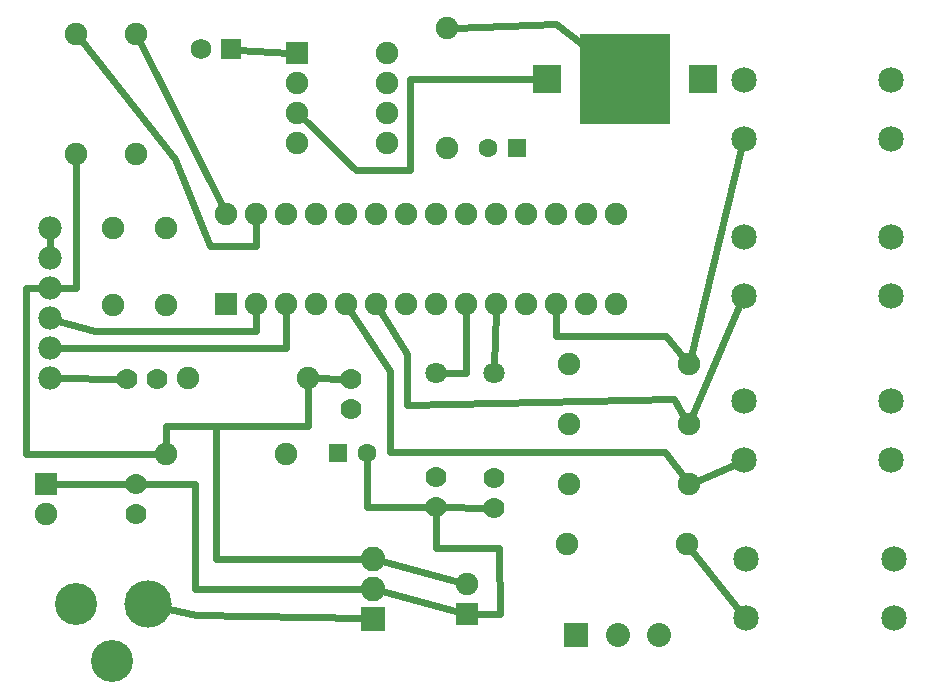
<source format=gtl>
G04 MADE WITH FRITZING*
G04 WWW.FRITZING.ORG*
G04 DOUBLE SIDED*
G04 HOLES PLATED*
G04 CONTOUR ON CENTER OF CONTOUR VECTOR*
%ASAXBY*%
%FSLAX23Y23*%
%MOIN*%
%OFA0B0*%
%SFA1.0B1.0*%
%ADD10C,0.093000*%
%ADD11C,0.078000*%
%ADD12C,0.075000*%
%ADD13C,0.070000*%
%ADD14C,0.080000*%
%ADD15C,0.082000*%
%ADD16C,0.158100*%
%ADD17C,0.140000*%
%ADD18C,0.062992*%
%ADD19C,0.070925*%
%ADD20C,0.070866*%
%ADD21C,0.069000*%
%ADD22C,0.085000*%
%ADD23R,0.300000X0.299999*%
%ADD24R,0.080000X0.080000*%
%ADD25R,0.075000X0.075000*%
%ADD26R,0.082000X0.082000*%
%ADD27R,0.062992X0.062992*%
%ADD28R,0.069000X0.069000*%
%ADD29C,0.024000*%
%ADD30R,0.001000X0.001000*%
%LNCOPPER1*%
G90*
G70*
G54D10*
X1871Y2200D03*
X2391Y2200D03*
X1871Y2200D03*
X2391Y2200D03*
G54D11*
X212Y1202D03*
X212Y1302D03*
X212Y1402D03*
X212Y1502D03*
X212Y1602D03*
X212Y1702D03*
G54D12*
X599Y1702D03*
X599Y1446D03*
X422Y1702D03*
X422Y1446D03*
G54D13*
X569Y1198D03*
X469Y1198D03*
G54D14*
X1967Y346D03*
X2105Y346D03*
X2243Y346D03*
G54D12*
X801Y1448D03*
X801Y1748D03*
X901Y1448D03*
X901Y1748D03*
X1001Y1448D03*
X1001Y1748D03*
X1101Y1448D03*
X1101Y1748D03*
X1201Y1448D03*
X1201Y1748D03*
X1301Y1448D03*
X1301Y1748D03*
X1401Y1448D03*
X1401Y1748D03*
X1501Y1448D03*
X1501Y1748D03*
X1601Y1448D03*
X1601Y1748D03*
X1701Y1448D03*
X1701Y1748D03*
X1801Y1448D03*
X1801Y1748D03*
X1901Y1448D03*
X1901Y1748D03*
X2001Y1448D03*
X2001Y1748D03*
X2101Y1448D03*
X2101Y1748D03*
G54D15*
X1289Y400D03*
X1289Y500D03*
X1289Y600D03*
G54D16*
X541Y448D03*
G54D17*
X301Y448D03*
X421Y258D03*
G54D13*
X501Y748D03*
X501Y848D03*
G54D12*
X1602Y417D03*
X1602Y517D03*
X201Y848D03*
X201Y748D03*
G54D18*
X1172Y951D03*
X1271Y951D03*
G54D12*
X1001Y948D03*
X601Y948D03*
X674Y1201D03*
X1074Y1201D03*
G54D19*
X1692Y1218D03*
G54D20*
X1499Y1218D03*
G54D13*
X1215Y1200D03*
X1215Y1099D03*
X1501Y773D03*
X1501Y873D03*
X1693Y868D03*
X1693Y768D03*
G54D18*
X1771Y1970D03*
X1673Y1970D03*
G54D12*
X1535Y1969D03*
X1535Y2369D03*
X1037Y2286D03*
X1337Y2286D03*
X1037Y2186D03*
X1337Y2186D03*
X1037Y2086D03*
X1337Y2086D03*
X1037Y1986D03*
X1337Y1986D03*
X501Y1948D03*
X501Y2348D03*
X301Y1948D03*
X301Y2348D03*
G54D21*
X815Y2298D03*
X715Y2298D03*
G54D22*
X3017Y2196D03*
X3017Y1999D03*
X2525Y1999D03*
X2525Y2196D03*
X3017Y2196D03*
X3017Y1999D03*
X2525Y1999D03*
X2525Y2196D03*
X3017Y2196D03*
X3017Y1999D03*
X2525Y1999D03*
X2525Y2196D03*
X3017Y1672D03*
X3017Y1475D03*
X2525Y1475D03*
X2525Y1672D03*
X3017Y1672D03*
X3017Y1475D03*
X2525Y1475D03*
X2525Y1672D03*
X3017Y1672D03*
X3017Y1475D03*
X2525Y1475D03*
X2525Y1672D03*
G54D12*
X2342Y1248D03*
X1942Y1248D03*
X2342Y848D03*
X1942Y848D03*
X2342Y1048D03*
X1942Y1048D03*
X2337Y648D03*
X1937Y648D03*
G54D22*
X3025Y598D03*
X3025Y401D03*
X2533Y401D03*
X2533Y598D03*
X3025Y598D03*
X3025Y401D03*
X2533Y401D03*
X2533Y598D03*
X3025Y598D03*
X3025Y401D03*
X2533Y401D03*
X2533Y598D03*
X3017Y1125D03*
X3017Y928D03*
X2525Y928D03*
X2525Y1125D03*
X3017Y1125D03*
X3017Y928D03*
X2525Y928D03*
X2525Y1125D03*
X3017Y1125D03*
X3017Y928D03*
X2525Y928D03*
X2525Y1125D03*
G54D23*
X2131Y2200D03*
G54D24*
X1967Y346D03*
G54D25*
X801Y1448D03*
G54D26*
X1289Y400D03*
G54D25*
X1602Y417D03*
X201Y848D03*
G54D27*
X1172Y951D03*
X1771Y1970D03*
G54D25*
X1037Y2286D03*
G54D28*
X815Y2298D03*
G54D29*
X1009Y2287D02*
X840Y2297D01*
D02*
X443Y1199D02*
X243Y1201D01*
D02*
X1899Y2381D02*
X1563Y2370D01*
D02*
X2028Y2281D02*
X1899Y2381D01*
D02*
X1700Y1420D02*
X1693Y1245D01*
D02*
X362Y1360D02*
X900Y1360D01*
D02*
X241Y1393D02*
X362Y1360D01*
D02*
X900Y1360D02*
X901Y1420D01*
D02*
X699Y411D02*
X609Y432D01*
D02*
X1257Y401D02*
X699Y411D01*
D02*
X1601Y1218D02*
X1526Y1218D01*
D02*
X1601Y1420D02*
X1601Y1218D01*
D02*
X1058Y2066D02*
X1234Y1897D01*
D02*
X1413Y2200D02*
X1823Y2200D01*
D02*
X1413Y1897D02*
X1413Y2200D01*
D02*
X1234Y1897D02*
X1413Y1897D01*
D02*
X1001Y1302D02*
X1001Y1420D01*
D02*
X243Y1302D02*
X1001Y1302D01*
D02*
X2266Y1344D02*
X2324Y1271D01*
D02*
X1901Y1344D02*
X2266Y1344D01*
D02*
X1901Y1420D02*
X1901Y1344D01*
D02*
X2517Y1965D02*
X2349Y1276D01*
D02*
X2511Y1443D02*
X2353Y1075D01*
D02*
X1316Y1424D02*
X1403Y1281D01*
D02*
X1403Y1113D02*
X2293Y1132D01*
D02*
X1403Y1281D02*
X1403Y1113D01*
D02*
X2293Y1132D02*
X2327Y1073D01*
D02*
X2511Y428D02*
X2354Y626D01*
D02*
X319Y2326D02*
X631Y1932D01*
D02*
X514Y2323D02*
X788Y1774D01*
D02*
X901Y1644D02*
X901Y1720D01*
D02*
X746Y1644D02*
X901Y1644D01*
D02*
X631Y1932D02*
X746Y1644D01*
D02*
X2493Y914D02*
X2368Y860D01*
D02*
X1217Y1424D02*
X1345Y1225D01*
D02*
X2262Y956D02*
X2325Y871D01*
D02*
X1345Y956D02*
X2262Y956D01*
D02*
X1345Y1225D02*
X1345Y956D01*
D02*
X212Y1632D02*
X212Y1672D01*
D02*
X230Y848D02*
X475Y848D01*
D02*
X697Y500D02*
X697Y848D01*
D02*
X697Y848D02*
X527Y848D01*
D02*
X1257Y500D02*
X697Y500D01*
D02*
X1575Y424D02*
X1320Y492D01*
D02*
X1713Y417D02*
X1631Y417D01*
D02*
X1708Y635D02*
X1713Y417D01*
D02*
X1501Y635D02*
X1708Y635D01*
D02*
X1501Y747D02*
X1501Y635D01*
D02*
X1667Y769D02*
X1527Y772D01*
D02*
X1271Y773D02*
X1474Y773D01*
D02*
X1271Y924D02*
X1271Y773D01*
D02*
X243Y1502D02*
X301Y1502D01*
D02*
X301Y1502D02*
X301Y1920D01*
D02*
X573Y948D02*
X132Y948D01*
D02*
X132Y1502D02*
X182Y1502D01*
D02*
X132Y948D02*
X132Y1502D01*
D02*
X601Y1041D02*
X601Y977D01*
D02*
X766Y1041D02*
X601Y1041D01*
D02*
X1074Y1041D02*
X766Y1041D01*
D02*
X1074Y1172D02*
X1074Y1041D01*
D02*
X1189Y1200D02*
X1102Y1201D01*
D02*
X766Y600D02*
X766Y1041D01*
D02*
X1257Y600D02*
X766Y600D01*
D02*
X1575Y524D02*
X1320Y592D01*
G54D30*
X1824Y2246D02*
X1916Y2246D01*
X2344Y2246D02*
X2436Y2246D01*
X1824Y2245D02*
X1916Y2245D01*
X2344Y2245D02*
X2436Y2245D01*
X1824Y2244D02*
X1916Y2244D01*
X2344Y2244D02*
X2436Y2244D01*
X1824Y2243D02*
X1916Y2243D01*
X2344Y2243D02*
X2436Y2243D01*
X1824Y2242D02*
X1916Y2242D01*
X2344Y2242D02*
X2436Y2242D01*
X1824Y2241D02*
X1916Y2241D01*
X2344Y2241D02*
X2436Y2241D01*
X1824Y2240D02*
X1916Y2240D01*
X2344Y2240D02*
X2436Y2240D01*
X1824Y2239D02*
X1916Y2239D01*
X2344Y2239D02*
X2436Y2239D01*
X1824Y2238D02*
X1916Y2238D01*
X2344Y2238D02*
X2436Y2238D01*
X1824Y2237D02*
X1916Y2237D01*
X2344Y2237D02*
X2436Y2237D01*
X1824Y2236D02*
X1861Y2236D01*
X1879Y2236D02*
X1916Y2236D01*
X2344Y2236D02*
X2381Y2236D01*
X2399Y2236D02*
X2436Y2236D01*
X1824Y2235D02*
X1858Y2235D01*
X1882Y2235D02*
X1916Y2235D01*
X2344Y2235D02*
X2378Y2235D01*
X2402Y2235D02*
X2436Y2235D01*
X1824Y2234D02*
X1855Y2234D01*
X1885Y2234D02*
X1916Y2234D01*
X2344Y2234D02*
X2375Y2234D01*
X2405Y2234D02*
X2436Y2234D01*
X1824Y2233D02*
X1853Y2233D01*
X1887Y2233D02*
X1916Y2233D01*
X2344Y2233D02*
X2373Y2233D01*
X2407Y2233D02*
X2436Y2233D01*
X1824Y2232D02*
X1851Y2232D01*
X1889Y2232D02*
X1916Y2232D01*
X2344Y2232D02*
X2371Y2232D01*
X2409Y2232D02*
X2436Y2232D01*
X1824Y2231D02*
X1850Y2231D01*
X1891Y2231D02*
X1916Y2231D01*
X2344Y2231D02*
X2370Y2231D01*
X2411Y2231D02*
X2436Y2231D01*
X1824Y2230D02*
X1848Y2230D01*
X1892Y2230D02*
X1916Y2230D01*
X2344Y2230D02*
X2368Y2230D01*
X2412Y2230D02*
X2436Y2230D01*
X1824Y2229D02*
X1847Y2229D01*
X1893Y2229D02*
X1916Y2229D01*
X2344Y2229D02*
X2367Y2229D01*
X2413Y2229D02*
X2436Y2229D01*
X1824Y2228D02*
X1846Y2228D01*
X1895Y2228D02*
X1916Y2228D01*
X2344Y2228D02*
X2366Y2228D01*
X2415Y2228D02*
X2436Y2228D01*
X1824Y2227D02*
X1845Y2227D01*
X1896Y2227D02*
X1916Y2227D01*
X2344Y2227D02*
X2365Y2227D01*
X2416Y2227D02*
X2436Y2227D01*
X1824Y2226D02*
X1844Y2226D01*
X1897Y2226D02*
X1916Y2226D01*
X2344Y2226D02*
X2364Y2226D01*
X2417Y2226D02*
X2436Y2226D01*
X1824Y2225D02*
X1843Y2225D01*
X1898Y2225D02*
X1916Y2225D01*
X2344Y2225D02*
X2363Y2225D01*
X2418Y2225D02*
X2436Y2225D01*
X1824Y2224D02*
X1842Y2224D01*
X1899Y2224D02*
X1916Y2224D01*
X2344Y2224D02*
X2362Y2224D01*
X2418Y2224D02*
X2436Y2224D01*
X1824Y2223D02*
X1841Y2223D01*
X1899Y2223D02*
X1916Y2223D01*
X2344Y2223D02*
X2361Y2223D01*
X2419Y2223D02*
X2436Y2223D01*
X1824Y2222D02*
X1840Y2222D01*
X1900Y2222D02*
X1916Y2222D01*
X2344Y2222D02*
X2360Y2222D01*
X2420Y2222D02*
X2436Y2222D01*
X1824Y2221D02*
X1840Y2221D01*
X1901Y2221D02*
X1916Y2221D01*
X2344Y2221D02*
X2359Y2221D01*
X2421Y2221D02*
X2436Y2221D01*
X1824Y2220D02*
X1839Y2220D01*
X1901Y2220D02*
X1916Y2220D01*
X2344Y2220D02*
X2359Y2220D01*
X2421Y2220D02*
X2436Y2220D01*
X1824Y2219D02*
X1838Y2219D01*
X1902Y2219D02*
X1916Y2219D01*
X2344Y2219D02*
X2358Y2219D01*
X2422Y2219D02*
X2436Y2219D01*
X1824Y2218D02*
X1838Y2218D01*
X1903Y2218D02*
X1916Y2218D01*
X2344Y2218D02*
X2358Y2218D01*
X2423Y2218D02*
X2436Y2218D01*
X1824Y2217D02*
X1837Y2217D01*
X1903Y2217D02*
X1916Y2217D01*
X2344Y2217D02*
X2357Y2217D01*
X2423Y2217D02*
X2436Y2217D01*
X1824Y2216D02*
X1837Y2216D01*
X1904Y2216D02*
X1916Y2216D01*
X2344Y2216D02*
X2357Y2216D01*
X2424Y2216D02*
X2436Y2216D01*
X1824Y2215D02*
X1836Y2215D01*
X1904Y2215D02*
X1916Y2215D01*
X2344Y2215D02*
X2356Y2215D01*
X2424Y2215D02*
X2436Y2215D01*
X1824Y2214D02*
X1836Y2214D01*
X1905Y2214D02*
X1916Y2214D01*
X2344Y2214D02*
X2356Y2214D01*
X2424Y2214D02*
X2436Y2214D01*
X1824Y2213D02*
X1835Y2213D01*
X1905Y2213D02*
X1916Y2213D01*
X2344Y2213D02*
X2355Y2213D01*
X2425Y2213D02*
X2436Y2213D01*
X1824Y2212D02*
X1835Y2212D01*
X1905Y2212D02*
X1916Y2212D01*
X2344Y2212D02*
X2355Y2212D01*
X2425Y2212D02*
X2436Y2212D01*
X1824Y2211D02*
X1835Y2211D01*
X1906Y2211D02*
X1916Y2211D01*
X2344Y2211D02*
X2355Y2211D01*
X2426Y2211D02*
X2436Y2211D01*
X1824Y2210D02*
X1835Y2210D01*
X1906Y2210D02*
X1916Y2210D01*
X2344Y2210D02*
X2354Y2210D01*
X2426Y2210D02*
X2436Y2210D01*
X1824Y2209D02*
X1834Y2209D01*
X1906Y2209D02*
X1916Y2209D01*
X2344Y2209D02*
X2354Y2209D01*
X2426Y2209D02*
X2436Y2209D01*
X1824Y2208D02*
X1834Y2208D01*
X1906Y2208D02*
X1916Y2208D01*
X2344Y2208D02*
X2354Y2208D01*
X2426Y2208D02*
X2436Y2208D01*
X1824Y2207D02*
X1834Y2207D01*
X1907Y2207D02*
X1916Y2207D01*
X2344Y2207D02*
X2354Y2207D01*
X2426Y2207D02*
X2436Y2207D01*
X1824Y2206D02*
X1834Y2206D01*
X1907Y2206D02*
X1916Y2206D01*
X2344Y2206D02*
X2354Y2206D01*
X2427Y2206D02*
X2436Y2206D01*
X1824Y2205D02*
X1834Y2205D01*
X1907Y2205D02*
X1916Y2205D01*
X2344Y2205D02*
X2353Y2205D01*
X2427Y2205D02*
X2436Y2205D01*
X1824Y2204D02*
X1833Y2204D01*
X1907Y2204D02*
X1916Y2204D01*
X2344Y2204D02*
X2353Y2204D01*
X2427Y2204D02*
X2436Y2204D01*
X1824Y2203D02*
X1833Y2203D01*
X1907Y2203D02*
X1916Y2203D01*
X2344Y2203D02*
X2353Y2203D01*
X2427Y2203D02*
X2436Y2203D01*
X1824Y2202D02*
X1833Y2202D01*
X1907Y2202D02*
X1916Y2202D01*
X2344Y2202D02*
X2353Y2202D01*
X2427Y2202D02*
X2436Y2202D01*
X1824Y2201D02*
X1833Y2201D01*
X1907Y2201D02*
X1916Y2201D01*
X2344Y2201D02*
X2353Y2201D01*
X2427Y2201D02*
X2436Y2201D01*
X1824Y2200D02*
X1833Y2200D01*
X1907Y2200D02*
X1916Y2200D01*
X2344Y2200D02*
X2353Y2200D01*
X2427Y2200D02*
X2436Y2200D01*
X1824Y2199D02*
X1833Y2199D01*
X1907Y2199D02*
X1916Y2199D01*
X2344Y2199D02*
X2353Y2199D01*
X2427Y2199D02*
X2436Y2199D01*
X1824Y2198D02*
X1833Y2198D01*
X1907Y2198D02*
X1916Y2198D01*
X2344Y2198D02*
X2353Y2198D01*
X2427Y2198D02*
X2436Y2198D01*
X1824Y2197D02*
X1833Y2197D01*
X1907Y2197D02*
X1916Y2197D01*
X2344Y2197D02*
X2353Y2197D01*
X2427Y2197D02*
X2436Y2197D01*
X1824Y2196D02*
X1834Y2196D01*
X1907Y2196D02*
X1916Y2196D01*
X2344Y2196D02*
X2353Y2196D01*
X2427Y2196D02*
X2436Y2196D01*
X1824Y2195D02*
X1834Y2195D01*
X1907Y2195D02*
X1916Y2195D01*
X2344Y2195D02*
X2354Y2195D01*
X2427Y2195D02*
X2436Y2195D01*
X1824Y2194D02*
X1834Y2194D01*
X1907Y2194D02*
X1916Y2194D01*
X2344Y2194D02*
X2354Y2194D01*
X2426Y2194D02*
X2436Y2194D01*
X1824Y2193D02*
X1834Y2193D01*
X1906Y2193D02*
X1916Y2193D01*
X2344Y2193D02*
X2354Y2193D01*
X2426Y2193D02*
X2436Y2193D01*
X1824Y2192D02*
X1834Y2192D01*
X1906Y2192D02*
X1916Y2192D01*
X2344Y2192D02*
X2354Y2192D01*
X2426Y2192D02*
X2436Y2192D01*
X1824Y2191D02*
X1834Y2191D01*
X1906Y2191D02*
X1916Y2191D01*
X2344Y2191D02*
X2354Y2191D01*
X2426Y2191D02*
X2436Y2191D01*
X1824Y2190D02*
X1835Y2190D01*
X1906Y2190D02*
X1916Y2190D01*
X2344Y2190D02*
X2355Y2190D01*
X2426Y2190D02*
X2436Y2190D01*
X1824Y2189D02*
X1835Y2189D01*
X1905Y2189D02*
X1916Y2189D01*
X2344Y2189D02*
X2355Y2189D01*
X2425Y2189D02*
X2436Y2189D01*
X1824Y2188D02*
X1835Y2188D01*
X1905Y2188D02*
X1916Y2188D01*
X2344Y2188D02*
X2355Y2188D01*
X2425Y2188D02*
X2436Y2188D01*
X1824Y2187D02*
X1836Y2187D01*
X1905Y2187D02*
X1916Y2187D01*
X2344Y2187D02*
X2356Y2187D01*
X2424Y2187D02*
X2436Y2187D01*
X1824Y2186D02*
X1836Y2186D01*
X1904Y2186D02*
X1916Y2186D01*
X2344Y2186D02*
X2356Y2186D01*
X2424Y2186D02*
X2436Y2186D01*
X1824Y2185D02*
X1837Y2185D01*
X1904Y2185D02*
X1916Y2185D01*
X2344Y2185D02*
X2357Y2185D01*
X2424Y2185D02*
X2436Y2185D01*
X1824Y2184D02*
X1837Y2184D01*
X1903Y2184D02*
X1916Y2184D01*
X2344Y2184D02*
X2357Y2184D01*
X2423Y2184D02*
X2436Y2184D01*
X1824Y2183D02*
X1838Y2183D01*
X1903Y2183D02*
X1916Y2183D01*
X2344Y2183D02*
X2358Y2183D01*
X2423Y2183D02*
X2436Y2183D01*
X1824Y2182D02*
X1838Y2182D01*
X1902Y2182D02*
X1916Y2182D01*
X2344Y2182D02*
X2358Y2182D01*
X2422Y2182D02*
X2436Y2182D01*
X1824Y2181D02*
X1839Y2181D01*
X1902Y2181D02*
X1916Y2181D01*
X2344Y2181D02*
X2359Y2181D01*
X2421Y2181D02*
X2436Y2181D01*
X1824Y2180D02*
X1840Y2180D01*
X1901Y2180D02*
X1916Y2180D01*
X2344Y2180D02*
X2359Y2180D01*
X2421Y2180D02*
X2436Y2180D01*
X1824Y2179D02*
X1840Y2179D01*
X1900Y2179D02*
X1916Y2179D01*
X2344Y2179D02*
X2360Y2179D01*
X2420Y2179D02*
X2436Y2179D01*
X1824Y2178D02*
X1841Y2178D01*
X1899Y2178D02*
X1916Y2178D01*
X2344Y2178D02*
X2361Y2178D01*
X2419Y2178D02*
X2436Y2178D01*
X1824Y2177D02*
X1842Y2177D01*
X1899Y2177D02*
X1916Y2177D01*
X2344Y2177D02*
X2362Y2177D01*
X2418Y2177D02*
X2436Y2177D01*
X1824Y2176D02*
X1843Y2176D01*
X1898Y2176D02*
X1916Y2176D01*
X2344Y2176D02*
X2363Y2176D01*
X2418Y2176D02*
X2436Y2176D01*
X1824Y2175D02*
X1844Y2175D01*
X1897Y2175D02*
X1916Y2175D01*
X2344Y2175D02*
X2364Y2175D01*
X2417Y2175D02*
X2436Y2175D01*
X1824Y2174D02*
X1845Y2174D01*
X1896Y2174D02*
X1916Y2174D01*
X2344Y2174D02*
X2365Y2174D01*
X2416Y2174D02*
X2436Y2174D01*
X1824Y2173D02*
X1846Y2173D01*
X1895Y2173D02*
X1916Y2173D01*
X2344Y2173D02*
X2366Y2173D01*
X2415Y2173D02*
X2436Y2173D01*
X1824Y2172D02*
X1847Y2172D01*
X1893Y2172D02*
X1916Y2172D01*
X2344Y2172D02*
X2367Y2172D01*
X2413Y2172D02*
X2436Y2172D01*
X1824Y2171D02*
X1848Y2171D01*
X1892Y2171D02*
X1916Y2171D01*
X2344Y2171D02*
X2368Y2171D01*
X2412Y2171D02*
X2436Y2171D01*
X1824Y2170D02*
X1850Y2170D01*
X1891Y2170D02*
X1916Y2170D01*
X2344Y2170D02*
X2370Y2170D01*
X2411Y2170D02*
X2436Y2170D01*
X1824Y2169D02*
X1851Y2169D01*
X1889Y2169D02*
X1916Y2169D01*
X2344Y2169D02*
X2371Y2169D01*
X2409Y2169D02*
X2436Y2169D01*
X1824Y2168D02*
X1853Y2168D01*
X1887Y2168D02*
X1916Y2168D01*
X2344Y2168D02*
X2373Y2168D01*
X2407Y2168D02*
X2436Y2168D01*
X1824Y2167D02*
X1855Y2167D01*
X1885Y2167D02*
X1916Y2167D01*
X2344Y2167D02*
X2375Y2167D01*
X2405Y2167D02*
X2436Y2167D01*
X1824Y2166D02*
X1858Y2166D01*
X1883Y2166D02*
X1916Y2166D01*
X2344Y2166D02*
X2378Y2166D01*
X2402Y2166D02*
X2436Y2166D01*
X1824Y2165D02*
X1861Y2165D01*
X1879Y2165D02*
X1916Y2165D01*
X2344Y2165D02*
X2381Y2165D01*
X2399Y2165D02*
X2436Y2165D01*
X1824Y2164D02*
X1916Y2164D01*
X2344Y2164D02*
X2436Y2164D01*
X1824Y2163D02*
X1916Y2163D01*
X2344Y2163D02*
X2436Y2163D01*
X1824Y2162D02*
X1916Y2162D01*
X2344Y2162D02*
X2436Y2162D01*
X1824Y2161D02*
X1916Y2161D01*
X2344Y2161D02*
X2436Y2161D01*
X1824Y2160D02*
X1916Y2160D01*
X2344Y2160D02*
X2436Y2160D01*
X1824Y2159D02*
X1916Y2159D01*
X2344Y2159D02*
X2436Y2159D01*
X1824Y2158D02*
X1916Y2158D01*
X2344Y2158D02*
X2436Y2158D01*
X1824Y2157D02*
X1916Y2157D01*
X2344Y2157D02*
X2436Y2157D01*
X1824Y2156D02*
X1916Y2156D01*
X2344Y2156D02*
X2436Y2156D01*
X1824Y2155D02*
X1916Y2155D01*
X2344Y2155D02*
X2436Y2155D01*
X1825Y2154D02*
X1916Y2154D01*
X2345Y2154D02*
X2436Y2154D01*
D02*
G04 End of Copper1*
M02*
</source>
